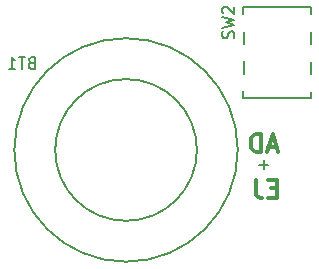
<source format=gbr>
G04 #@! TF.GenerationSoftware,KiCad,Pcbnew,(5.0.2)-1*
G04 #@! TF.CreationDate,2019-01-23T22:06:34-08:00*
G04 #@! TF.ProjectId,heart,68656172-742e-46b6-9963-61645f706362,rev?*
G04 #@! TF.SameCoordinates,Original*
G04 #@! TF.FileFunction,Legend,Bot*
G04 #@! TF.FilePolarity,Positive*
%FSLAX46Y46*%
G04 Gerber Fmt 4.6, Leading zero omitted, Abs format (unit mm)*
G04 Created by KiCad (PCBNEW (5.0.2)-1) date 1/23/2019 10:06:34 PM*
%MOMM*%
%LPD*%
G01*
G04 APERTURE LIST*
%ADD10C,0.300000*%
%ADD11C,0.200000*%
%ADD12C,0.150000*%
G04 APERTURE END LIST*
D10*
X9544097Y12898582D02*
X9044097Y12898582D01*
X8829811Y12112868D02*
X9544097Y12112868D01*
X9544097Y13612868D01*
X8829811Y13612868D01*
X7758382Y13612868D02*
X7758382Y12541440D01*
X7829811Y12327154D01*
X7972668Y12184297D01*
X8186954Y12112868D01*
X8329811Y12112868D01*
D11*
X8823912Y14879011D02*
X8062007Y14879011D01*
X8442960Y14498059D02*
X8442960Y15259963D01*
D10*
X9550102Y16412400D02*
X8835817Y16412400D01*
X9692960Y15983828D02*
X9192960Y17483828D01*
X8692960Y15983828D01*
X8192960Y15983828D02*
X8192960Y17483828D01*
X7835817Y17483828D01*
X7621531Y17412400D01*
X7478674Y17269542D01*
X7407245Y17126685D01*
X7335817Y16840971D01*
X7335817Y16626685D01*
X7407245Y16340971D01*
X7478674Y16198114D01*
X7621531Y16055257D01*
X7835817Y15983828D01*
X8192960Y15983828D01*
D12*
G04 #@! TO.C,BT1*
X6249440Y16139160D02*
G75*
G03X6249440Y16139160I-9460000J0D01*
G01*
X2789440Y16139160D02*
G75*
G03X2789440Y16139160I-6000000J0D01*
G01*
G04 #@! TO.C,SW2*
X12446000Y20518120D02*
X12446000Y21076920D01*
X12458700Y22588220D02*
X12458700Y23616920D01*
X12458700Y25102820D02*
X12458700Y26131520D01*
X12446000Y28214320D02*
X12446000Y27630120D01*
X6731000Y28227020D02*
X6731000Y27642820D01*
X6743700Y25115520D02*
X6743700Y26144220D01*
X6743700Y22600920D02*
X6743700Y23629620D01*
X6731000Y20530820D02*
X6731000Y21089620D01*
X12319000Y28239720D02*
X12446000Y28239720D01*
X6731000Y28227020D02*
X12331700Y28227020D01*
X6731000Y20518120D02*
X12407900Y20505420D01*
G04 #@! TO.C,BT1*
X-11208165Y23530868D02*
X-11351022Y23483249D01*
X-11398641Y23435630D01*
X-11446260Y23340392D01*
X-11446260Y23197535D01*
X-11398641Y23102297D01*
X-11351022Y23054678D01*
X-11255784Y23007059D01*
X-10874832Y23007059D01*
X-10874832Y24007059D01*
X-11208165Y24007059D01*
X-11303403Y23959440D01*
X-11351022Y23911820D01*
X-11398641Y23816582D01*
X-11398641Y23721344D01*
X-11351022Y23626106D01*
X-11303403Y23578487D01*
X-11208165Y23530868D01*
X-10874832Y23530868D01*
X-11731975Y24007059D02*
X-12303403Y24007059D01*
X-12017689Y23007059D02*
X-12017689Y24007059D01*
X-13160546Y23007059D02*
X-12589118Y23007059D01*
X-12874832Y23007059D02*
X-12874832Y24007059D01*
X-12779594Y23864201D01*
X-12684356Y23768963D01*
X-12589118Y23721344D01*
G04 #@! TO.C,SW2*
X5891161Y25600826D02*
X5938780Y25743683D01*
X5938780Y25981779D01*
X5891161Y26077017D01*
X5843542Y26124636D01*
X5748304Y26172255D01*
X5653066Y26172255D01*
X5557828Y26124636D01*
X5510209Y26077017D01*
X5462590Y25981779D01*
X5414971Y25791302D01*
X5367352Y25696064D01*
X5319733Y25648445D01*
X5224495Y25600826D01*
X5129257Y25600826D01*
X5034019Y25648445D01*
X4986400Y25696064D01*
X4938780Y25791302D01*
X4938780Y26029398D01*
X4986400Y26172255D01*
X4938780Y26505588D02*
X5938780Y26743683D01*
X5224495Y26934160D01*
X5938780Y27124636D01*
X4938780Y27362731D01*
X5034019Y27696064D02*
X4986400Y27743683D01*
X4938780Y27838921D01*
X4938780Y28077017D01*
X4986400Y28172255D01*
X5034019Y28219874D01*
X5129257Y28267493D01*
X5224495Y28267493D01*
X5367352Y28219874D01*
X5938780Y27648445D01*
X5938780Y28267493D01*
G04 #@! TD*
M02*

</source>
